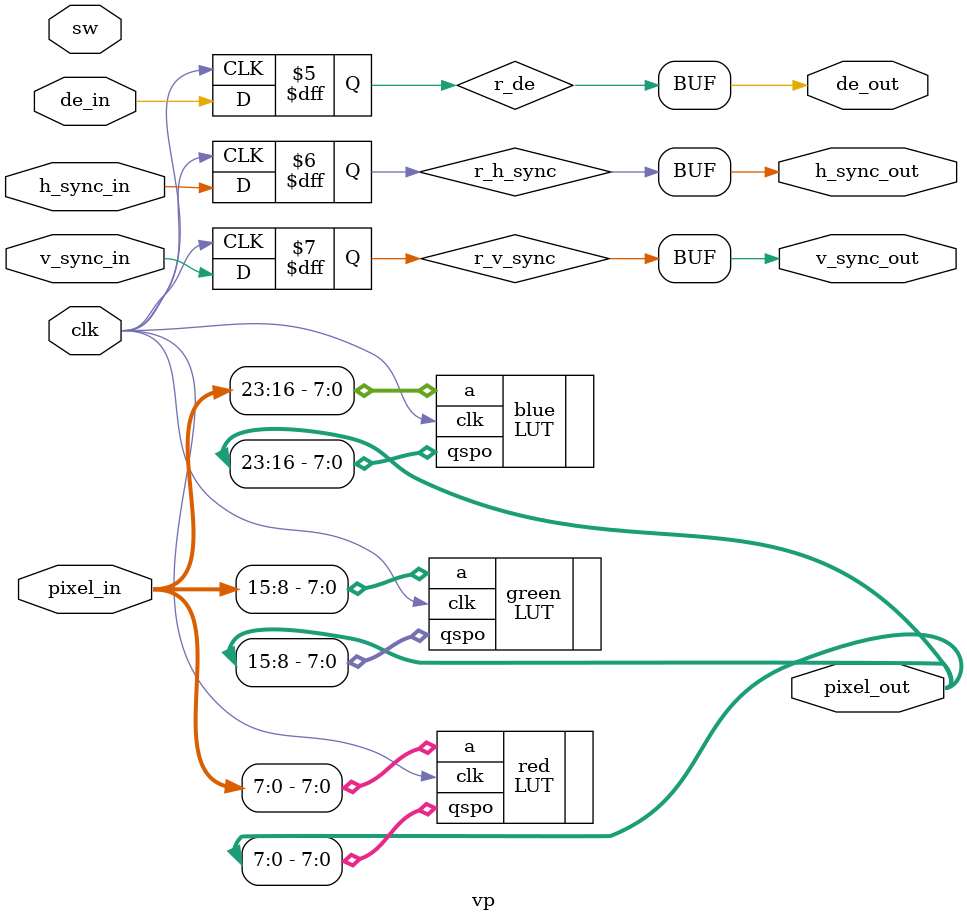
<source format=v>
`timescale 1ns / 1ps


module vp(
    input [2:0] sw,
    input clk,
    input de_in,
    input h_sync_in,
    input v_sync_in,
    input [23:0] pixel_in,
    output de_out,
    output h_sync_out,
    output v_sync_out,
    output [23:0] pixel_out
  );
     
//    assign de_out = de_in;
//    assign h_sync_out = h_sync_in;
//    assign v_sync_out = v_sync_in;
//    assign pixel_out = pixel_in;
    
    reg r_de = 0;
    reg r_h_sync = 0;
    reg r_v_sync = 0;
    always @(posedge clk)
    begin
        r_de <= de_in;
        r_h_sync <= h_sync_in;
        r_v_sync <= v_sync_in;
    end
    assign de_out = r_de;
    assign h_sync_out = r_h_sync;
    assign v_sync_out = r_v_sync;

LUT red (
    .clk(clk),
    .a(pixel_in[7:0]),
    .qspo(pixel_out[7:0])
);

LUT green (
    .clk(clk),
    .a(pixel_in[15:8]),
    .qspo(pixel_out[15:8])
);

LUT blue (
    .clk(clk),
    .a(pixel_in[23:16]),
    .qspo(pixel_out[23:16])
);


    
endmodule

</source>
